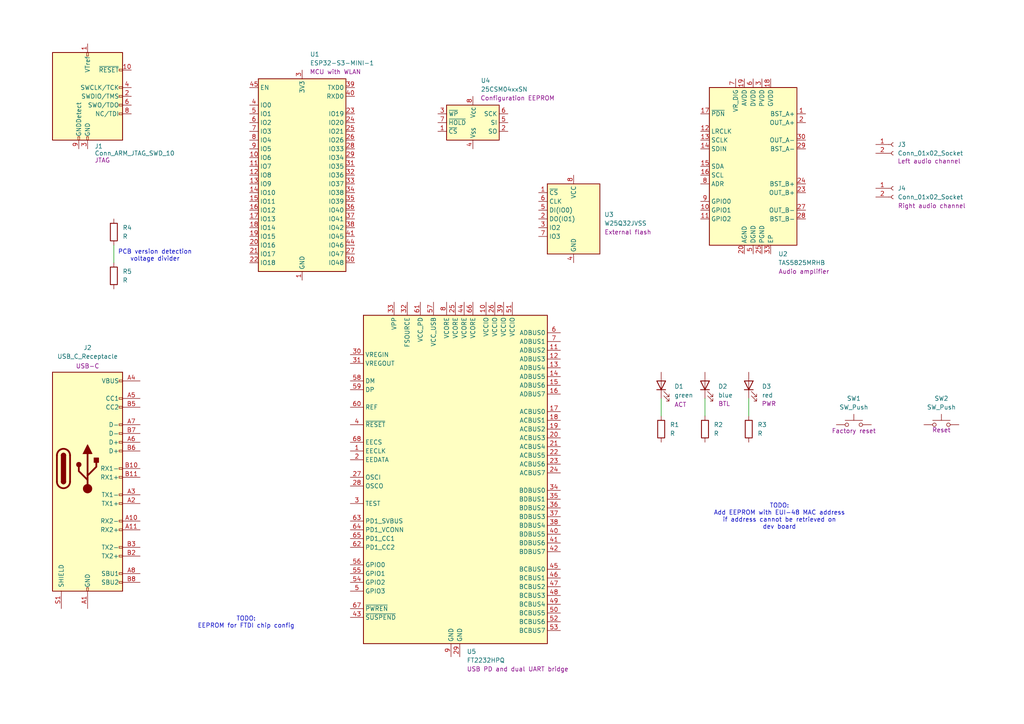
<source format=kicad_sch>
(kicad_sch (version 20231120) (generator "eeschema") (generator_version "8.0")
  (paper "A4")
  (title_block (title "soundbox"))
  (lib_symbols
    (symbol "Amplifier_Audio:TAS5825MRHB"
      (property "Reference" "U" (at -11.43 24.13 0))
      (property "Value" "TAS5825MRHB" (at 13.97 24.13 0))
      (symbol "TAS5825MRHB_0_1"
        (rectangle (start -12.7 22.86) (end 12.7 -22.86) (stroke (width 0.254)) (fill (type background)))
      )
      (symbol "TAS5825MRHB_1_1"
        (pin passive line (at 15.24 15.24 180) (length 2.54) (name "BST_A+") (number "1"))
        (pin bidirectional line (at -15.24 -12.7 0) (length 2.54) (name "GPIO1") (number "10"))
        (pin bidirectional line (at -15.24 -15.24 0) (length 2.54) (name "GPIO2") (number "11"))
        (pin input line (at -15.24 10.16 0) (length 2.54) (name "LRCLK") (number "12"))
        (pin input line (at -15.24 7.62 0) (length 2.54) (name "SCLK") (number "13"))
        (pin input line (at -15.24 5.08 0) (length 2.54) (name "SDIN") (number "14"))
        (pin bidirectional line (at -15.24 0 0) (length 2.54) (name "SDA") (number "15"))
        (pin input line (at -15.24 -2.54 0) (length 2.54) (name "SCL") (number "16"))
        (pin input line (at -15.24 15.24 0) (length 2.54) (name "~{PDN}") (number "17"))
        (pin passive line (at 5.08 25.4 270) (length 2.54) (name "GVDD") (number "18"))
        (pin passive line (at -2.54 25.4 270) (length 2.54) (name "AVDD") (number "19"))
        (pin output line (at 15.24 12.7 180) (length 2.54) (name "OUT_A+") (number "2"))
        (pin power_in line (at -2.54 -25.4 90) (length 2.54) (name "AGND") (number "20"))
        (pin passive line (at 2.54 25.4 270) (length 2.54) hide (name "PVDD") (number "21"))
        (pin passive line (at 2.54 25.4 270) (length 2.54) hide (name "PVDD") (number "22"))
        (pin output line (at 15.24 -7.62 180) (length 2.54) (name "OUT_B+") (number "23"))
        (pin passive line (at 15.24 -5.08 180) (length 2.54) (name "BST_B+") (number "24"))
        (pin power_in line (at 2.54 -25.4 90) (length 2.54) (name "PGND") (number "25"))
        (pin passive line (at 2.54 -25.4 90) (length 2.54) hide (name "PGND") (number "26"))
        (pin output line (at 15.24 -12.7 180) (length 2.54) (name "OUT_B-") (number "27"))
        (pin passive line (at 15.24 -15.24 180) (length 2.54) (name "BST_B-") (number "28"))
        (pin passive line (at 15.24 5.08 180) (length 2.54) (name "BST_A-") (number "29"))
        (pin power_in line (at 2.54 25.4 270) (length 2.54) (name "PVDD") (number "3"))
        (pin output line (at 15.24 7.62 180) (length 2.54) (name "OUT_A-") (number "30"))
        (pin passive line (at 2.54 -25.4 90) (length 2.54) hide (name "PGND") (number "31"))
        (pin passive line (at 2.54 -25.4 90) (length 2.54) hide (name "PGND") (number "32"))
        (pin passive line (at 5.08 -25.4 90) (length 2.54) (name "EP") (number "33"))
        (pin passive line (at 2.54 25.4 270) (length 2.54) hide (name "PVDD") (number "4"))
        (pin power_in line (at 0 -25.4 90) (length 2.54) (name "DGND") (number "5"))
        (pin power_in line (at 0 25.4 270) (length 2.54) (name "DVDD") (number "6"))
        (pin passive line (at -5.08 25.4 270) (length 2.54) (name "VR_DIG") (number "7"))
        (pin passive line (at -15.24 -5.08 0) (length 2.54) (name "ADR") (number "8"))
        (pin bidirectional line (at -15.24 -10.16 0) (length 2.54) (name "GPIO0") (number "9"))
      )
    )
    (symbol "Connector:Conn_01x02_Socket" (pin_names (offset 1.016) hide)
      (property "Reference" "J" (at 0 2.54 0))
      (property "Value" "Conn_01x02_Socket" (at 0 -5.08 0))
      (symbol "Conn_01x02_Socket_1_1"
        (arc (start 0 -2.032) (mid -0.5058 -2.54) (end 0 -3.048) (stroke (width 0.1524)))
        (polyline (pts (xy -1.27 -2.54) (xy -0.508 -2.54)) (stroke (width 0.1524)))
        (polyline (pts (xy -1.27 0) (xy -0.508 0)) (stroke (width 0.1524)))
        (arc (start 0 0.508) (mid -0.5058 0) (end 0 -0.508) (stroke (width 0.1524)))
        (pin passive line (at -5.08 0 0) (length 3.81) (name "Pin_1") (number "1"))
        (pin passive line (at -5.08 -2.54 0) (length 3.81) (name "Pin_2") (number "2"))
      )
    )
    (symbol "Connector:Conn_ARM_JTAG_SWD_10" (pin_names (offset 1.016))
      (property "Reference" "J" (at -2.54 16.51 0))
      (property "Value" "Conn_ARM_JTAG_SWD_10" (at -2.54 13.97 0))
      (symbol "Conn_ARM_JTAG_SWD_10_0_1"
        (rectangle (start -10.16 12.7) (end 10.16 -12.7) (stroke (width 0.254)) (fill (type background)))
        (rectangle (start -2.794 -12.7) (end -2.286 -11.684))
        (rectangle (start -0.254 -12.7) (end 0.254 -11.684))
        (rectangle (start -0.254 12.7) (end 0.254 11.684))
        (rectangle (start 9.144 2.286) (end 10.16 2.794))
        (rectangle (start 10.16 -2.794) (end 9.144 -2.286))
        (rectangle (start 10.16 -0.254) (end 9.144 0.254))
        (rectangle (start 10.16 7.874) (end 9.144 7.366))
      )
      (symbol "Conn_ARM_JTAG_SWD_10_1_1"
        (rectangle (start 9.144 -5.334) (end 10.16 -4.826))
        (pin power_in line (at 0 15.24 270) (length 2.54) (name "VTref") (number "1"))
        (pin open_collector line (at 12.7 7.62 180) (length 2.54) (name "~{RESET}") (number "10"))
        (pin bidirectional line (at 12.7 0 180) (length 2.54) (name "SWDIO/TMS") (number "2"))
        (pin power_in line (at 0 -15.24 90) (length 2.54) (name "GND") (number "3"))
        (pin output line (at 12.7 2.54 180) (length 2.54) (name "SWCLK/TCK") (number "4"))
        (pin passive line (at 0 -15.24 90) (length 2.54) hide (name "GND") (number "5"))
        (pin input line (at 12.7 -2.54 180) (length 2.54) (name "SWO/TDO") (number "6"))
        (pin no_connect line (at -10.16 0 0) (length 2.54) hide (name "KEY") (number "7"))
        (pin output line (at 12.7 -5.08 180) (length 2.54) (name "NC/TDI") (number "8"))
        (pin passive line (at -2.54 -15.24 90) (length 2.54) (name "GNDDetect") (number "9"))
      )
    )
    (symbol "Connector:USB_C_Receptacle" (pin_names (offset 1.016))
      (property "Reference" "J" (at -10.16 29.21 0))
      (property "Value" "USB_C_Receptacle" (at 10.16 29.21 0))
      (symbol "USB_C_Receptacle_0_0"
        (rectangle (start -0.254 -35.56) (end 0.254 -34.544))
        (rectangle (start 10.16 -32.766) (end 9.144 -33.274))
        (rectangle (start 10.16 -30.226) (end 9.144 -30.734))
        (rectangle (start 10.16 -25.146) (end 9.144 -25.654))
        (rectangle (start 10.16 -22.606) (end 9.144 -23.114))
        (rectangle (start 10.16 -17.526) (end 9.144 -18.034))
        (rectangle (start 10.16 -14.986) (end 9.144 -15.494))
        (rectangle (start 10.16 -9.906) (end 9.144 -10.414))
        (rectangle (start 10.16 -7.366) (end 9.144 -7.874))
        (rectangle (start 10.16 -2.286) (end 9.144 -2.794))
        (rectangle (start 10.16 0.254) (end 9.144 -0.254))
        (rectangle (start 10.16 5.334) (end 9.144 4.826))
        (rectangle (start 10.16 7.874) (end 9.144 7.366))
        (rectangle (start 10.16 10.414) (end 9.144 9.906))
        (rectangle (start 10.16 12.954) (end 9.144 12.446))
        (rectangle (start 10.16 18.034) (end 9.144 17.526))
        (rectangle (start 10.16 20.574) (end 9.144 20.066))
        (rectangle (start 10.16 25.654) (end 9.144 25.146))
      )
      (symbol "USB_C_Receptacle_0_1"
        (rectangle (start -10.16 27.94) (end 10.16 -35.56) (stroke (width 0.254)) (fill (type background)))
        (arc (start -8.89 -3.81) (mid -6.985 -5.7067) (end -5.08 -3.81) (stroke (width 0.508)))
        (arc (start -7.62 -3.81) (mid -6.985 -4.4423) (end -6.35 -3.81) (stroke (width 0.254)))
        (arc (start -7.62 -3.81) (mid -6.985 -4.4423) (end -6.35 -3.81) (stroke (width 0.254)) (fill (type outline)))
        (rectangle (start -7.62 -3.81) (end -6.35 3.81) (stroke (width 0.254)) (fill (type outline)))
        (arc (start -6.35 3.81) (mid -6.985 4.4423) (end -7.62 3.81) (stroke (width 0.254)))
        (arc (start -6.35 3.81) (mid -6.985 4.4423) (end -7.62 3.81) (stroke (width 0.254)) (fill (type outline)))
        (arc (start -5.08 3.81) (mid -6.985 5.7067) (end -8.89 3.81) (stroke (width 0.508)))
        (polyline (pts (xy -8.89 -3.81) (xy -8.89 3.81)) (stroke (width 0.508)))
        (polyline (pts (xy -5.08 3.81) (xy -5.08 -3.81)) (stroke (width 0.508)))
      )
      (symbol "USB_C_Receptacle_1_1"
        (circle (center -2.54 1.143) (radius 0.635) (stroke (width 0.254)) (fill (type outline)))
        (circle (center 0 -5.842) (radius 1.27) (fill (type outline)))
        (polyline (pts (xy 0 -5.842) (xy 0 4.318)) (stroke (width 0.508)))
        (polyline (pts (xy 0 -3.302) (xy -2.54 -0.762) (xy -2.54 0.508)) (stroke (width 0.508)))
        (polyline (pts (xy 0 -2.032) (xy 2.54 0.508) (xy 2.54 1.778)) (stroke (width 0.508)))
        (polyline (pts (xy -1.27 4.318) (xy 0 6.858) (xy 1.27 4.318) (xy -1.27 4.318)) (stroke (width 0.254)) (fill (type outline)))
        (rectangle (start 1.905 1.778) (end 3.175 3.048) (stroke (width 0.254)) (fill (type outline)))
        (pin passive line (at 0 -40.64 90) (length 5.08) (name "GND") (number "A1"))
        (pin bidirectional line (at 15.24 -15.24 180) (length 5.08) (name "RX2-") (number "A10"))
        (pin bidirectional line (at 15.24 -17.78 180) (length 5.08) (name "RX2+") (number "A11"))
        (pin passive line (at 0 -40.64 90) (length 5.08) hide (name "GND") (number "A12"))
        (pin bidirectional line (at 15.24 -10.16 180) (length 5.08) (name "TX1+") (number "A2"))
        (pin bidirectional line (at 15.24 -7.62 180) (length 5.08) (name "TX1-") (number "A3"))
        (pin passive line (at 15.24 25.4 180) (length 5.08) (name "VBUS") (number "A4"))
        (pin bidirectional line (at 15.24 20.32 180) (length 5.08) (name "CC1") (number "A5"))
        (pin bidirectional line (at 15.24 7.62 180) (length 5.08) (name "D+") (number "A6"))
        (pin bidirectional line (at 15.24 12.7 180) (length 5.08) (name "D-") (number "A7"))
        (pin bidirectional line (at 15.24 -30.48 180) (length 5.08) (name "SBU1") (number "A8"))
        (pin passive line (at 15.24 25.4 180) (length 5.08) hide (name "VBUS") (number "A9"))
        (pin passive line (at 0 -40.64 90) (length 5.08) hide (name "GND") (number "B1"))
        (pin bidirectional line (at 15.24 0 180) (length 5.08) (name "RX1-") (number "B10"))
        (pin bidirectional line (at 15.24 -2.54 180) (length 5.08) (name "RX1+") (number "B11"))
        (pin passive line (at 0 -40.64 90) (length 5.08) hide (name "GND") (number "B12"))
        (pin bidirectional line (at 15.24 -25.4 180) (length 5.08) (name "TX2+") (number "B2"))
        (pin bidirectional line (at 15.24 -22.86 180) (length 5.08) (name "TX2-") (number "B3"))
        (pin passive line (at 15.24 25.4 180) (length 5.08) hide (name "VBUS") (number "B4"))
        (pin bidirectional line (at 15.24 17.78 180) (length 5.08) (name "CC2") (number "B5"))
        (pin bidirectional line (at 15.24 5.08 180) (length 5.08) (name "D+") (number "B6"))
        (pin bidirectional line (at 15.24 10.16 180) (length 5.08) (name "D-") (number "B7"))
        (pin bidirectional line (at 15.24 -33.02 180) (length 5.08) (name "SBU2") (number "B8"))
        (pin passive line (at 15.24 25.4 180) (length 5.08) hide (name "VBUS") (number "B9"))
        (pin passive line (at -7.62 -40.64 90) (length 5.08) (name "SHIELD") (number "S1"))
      )
    )
    (symbol "Device:LED" (pin_numbers hide) (pin_names (offset 1.016) hide)
      (property "Reference" "D" (at 0 2.54 0))
      (property "Value" "LED" (at 0 -2.54 0))
      (symbol "LED_0_1"
        (polyline (pts (xy -1.27 -1.27) (xy -1.27 1.27)) (stroke (width 0.254)))
        (polyline (pts (xy -1.27 0) (xy 1.27 0)))
        (polyline (pts (xy 1.27 -1.27) (xy 1.27 1.27) (xy -1.27 0) (xy 1.27 -1.27)) (stroke (width 0.254)))
        (polyline (pts (xy -3.048 -0.762) (xy -4.572 -2.286) (xy -3.81 -2.286) (xy -4.572 -2.286) (xy -4.572 -1.524)))
        (polyline (pts (xy -1.778 -0.762) (xy -3.302 -2.286) (xy -2.54 -2.286) (xy -3.302 -2.286) (xy -3.302 -1.524)))
      )
      (symbol "LED_1_1"
        (pin passive line (at -3.81 0 0) (length 2.54) (name "K") (number "1"))
        (pin passive line (at 3.81 0 180) (length 2.54) (name "A") (number "2"))
      )
    )
    (symbol "Device:R" (pin_numbers hide) (pin_names (offset 0))
      (property "Reference" "R" (at 2.032 0 90))
      (property "Value" "R" (at 0 0 90))
      (symbol "R_0_1"
        (rectangle (start -1.016 -2.54) (end 1.016 2.54) (stroke (width 0.254)))
      )
      (symbol "R_1_1"
        (pin passive line (at 0 3.81 270) (length 1.27) (name "~") (number "1"))
        (pin passive line (at 0 -3.81 90) (length 1.27) (name "~") (number "2"))
      )
    )
    (symbol "Memory_EEPROM:25CSM04xxSN"
      (property "Reference" "U3" (at 1.9559 8.89 0))
      (property "Value" "25CSM04xxSN" (at 1.9559 6.35 0))
      (symbol "25CSM04xxSN_1_1"
        (rectangle (start -7.62 5.08) (end 7.62 -5.08) (stroke (width 0.254)) (fill (type background)))
        (pin input line (at -10.16 -2.54 0) (length 2.54) (name "~{CS}") (number "1"))
        (pin tri_state line (at 10.16 -2.54 180) (length 2.54) (name "SO") (number "2"))
        (pin input line (at -10.16 2.54 0) (length 2.54) (name "~{WP}") (number "3"))
        (pin power_in line (at 0 -7.62 90) (length 2.54) (name "V_{SS}") (number "4"))
        (pin input line (at 10.16 0 180) (length 2.54) (name "SI") (number "5"))
        (pin input line (at 10.16 2.54 180) (length 2.54) (name "SCK") (number "6"))
        (pin input line (at -10.16 0 0) (length 2.54) (name "~{HOLD}") (number "7"))
        (pin power_in line (at 0 7.62 270) (length 2.54) (name "V_{CC}") (number "8"))
      )
    )
    (symbol "Memory_Flash:W25Q32JVSS"
      (property "Reference" "U" (at -6.35 11.43 0))
      (property "Value" "W25Q32JVSS" (at 7.62 11.43 0))
      (symbol "W25Q32JVSS_0_1"
        (rectangle (start -7.62 10.16) (end 7.62 -10.16) (stroke (width 0.254)) (fill (type background)))
      )
      (symbol "W25Q32JVSS_1_1"
        (pin input line (at -10.16 7.62 0) (length 2.54) (name "~{CS}") (number "1"))
        (pin bidirectional line (at -10.16 0 0) (length 2.54) (name "DO(IO1)") (number "2"))
        (pin bidirectional line (at -10.16 -2.54 0) (length 2.54) (name "IO2") (number "3"))
        (pin power_in line (at 0 -12.7 90) (length 2.54) (name "GND") (number "4"))
        (pin bidirectional line (at -10.16 2.54 0) (length 2.54) (name "DI(IO0)") (number "5"))
        (pin input line (at -10.16 5.08 0) (length 2.54) (name "CLK") (number "6"))
        (pin bidirectional line (at -10.16 -5.08 0) (length 2.54) (name "IO3") (number "7"))
        (pin power_in line (at 0 12.7 270) (length 2.54) (name "VCC") (number "8"))
      )
    )
    (symbol "RF_Module:ESP32-S3-MINI-1"
      (property "Reference" "U" (at -11.43 29.21 0))
      (property "Value" "ESP32-S3-MINI-1" (at 12.7 29.21 0))
      (symbol "ESP32-S3-MINI-1_0_1"
        (rectangle (start -12.7 27.94) (end 12.7 -27.94) (stroke (width 0.254)) (fill (type background)))
      )
      (symbol "ESP32-S3-MINI-1_1_1"
        (pin power_in line (at 0 -30.48 90) (length 2.54) (name "GND") (number "1"))
        (pin bidirectional line (at -15.24 5.08 0) (length 2.54) (name "IO6") (number "10"))
        (pin bidirectional line (at -15.24 2.54 0) (length 2.54) (name "IO7") (number "11"))
        (pin bidirectional line (at -15.24 0 0) (length 2.54) (name "IO8") (number "12"))
        (pin bidirectional line (at -15.24 -2.54 0) (length 2.54) (name "IO9") (number "13"))
        (pin bidirectional line (at -15.24 -5.08 0) (length 2.54) (name "IO10") (number "14"))
        (pin bidirectional line (at -15.24 -7.62 0) (length 2.54) (name "IO11") (number "15"))
        (pin bidirectional line (at -15.24 -10.16 0) (length 2.54) (name "IO12") (number "16"))
        (pin bidirectional line (at -15.24 -12.7 0) (length 2.54) (name "IO13") (number "17"))
        (pin bidirectional line (at -15.24 -15.24 0) (length 2.54) (name "IO14") (number "18"))
        (pin bidirectional line (at -15.24 -17.78 0) (length 2.54) (name "IO15") (number "19"))
        (pin passive line (at 0 -30.48 90) (length 2.54) hide (name "GND") (number "2"))
        (pin bidirectional line (at -15.24 -20.32 0) (length 2.54) (name "IO16") (number "20"))
        (pin bidirectional line (at -15.24 -22.86 0) (length 2.54) (name "IO17") (number "21"))
        (pin bidirectional line (at -15.24 -25.4 0) (length 2.54) (name "IO18") (number "22"))
        (pin bidirectional line (at 15.24 17.78 180) (length 2.54) (name "IO19") (number "23"))
        (pin bidirectional line (at 15.24 15.24 180) (length 2.54) (name "IO20") (number "24"))
        (pin bidirectional line (at 15.24 12.7 180) (length 2.54) (name "IO21") (number "25"))
        (pin bidirectional line (at 15.24 10.16 180) (length 2.54) (name "IO26") (number "26"))
        (pin bidirectional line (at 15.24 -22.86 180) (length 2.54) (name "IO47") (number "27"))
        (pin bidirectional line (at 15.24 7.62 180) (length 2.54) (name "IO33") (number "28"))
        (pin bidirectional line (at 15.24 5.08 180) (length 2.54) (name "IO34") (number "29"))
        (pin power_in line (at 0 30.48 270) (length 2.54) (name "3V3") (number "3"))
        (pin bidirectional line (at 15.24 -25.4 180) (length 2.54) (name "IO48") (number "30"))
        (pin bidirectional line (at 15.24 2.54 180) (length 2.54) (name "IO35") (number "31"))
        (pin bidirectional line (at 15.24 0 180) (length 2.54) (name "IO36") (number "32"))
        (pin bidirectional line (at 15.24 -2.54 180) (length 2.54) (name "IO37") (number "33"))
        (pin bidirectional line (at 15.24 -5.08 180) (length 2.54) (name "IO38") (number "34"))
        (pin bidirectional line (at 15.24 -7.62 180) (length 2.54) (name "IO39") (number "35"))
        (pin bidirectional line (at 15.24 -10.16 180) (length 2.54) (name "IO40") (number "36"))
        (pin bidirectional line (at 15.24 -12.7 180) (length 2.54) (name "IO41") (number "37"))
        (pin bidirectional line (at 15.24 -15.24 180) (length 2.54) (name "IO42") (number "38"))
        (pin bidirectional line (at 15.24 25.4 180) (length 2.54) (name "TXD0") (number "39"))
        (pin bidirectional line (at -15.24 20.32 0) (length 2.54) (name "IO0") (number "4"))
        (pin bidirectional line (at 15.24 22.86 180) (length 2.54) (name "RXD0") (number "40"))
        (pin bidirectional line (at 15.24 -17.78 180) (length 2.54) (name "IO45") (number "41"))
        (pin passive line (at 0 -30.48 90) (length 2.54) hide (name "GND") (number "42"))
        (pin passive line (at 0 -30.48 90) (length 2.54) hide (name "GND") (number "43"))
        (pin bidirectional line (at 15.24 -20.32 180) (length 2.54) (name "IO46") (number "44"))
        (pin input line (at -15.24 25.4 0) (length 2.54) (name "EN") (number "45"))
        (pin passive line (at 0 -30.48 90) (length 2.54) hide (name "GND") (number "46"))
        (pin passive line (at 0 -30.48 90) (length 2.54) hide (name "GND") (number "47"))
        (pin passive line (at 0 -30.48 90) (length 2.54) hide (name "GND") (number "48"))
        (pin passive line (at 0 -30.48 90) (length 2.54) hide (name "GND") (number "49"))
        (pin bidirectional line (at -15.24 17.78 0) (length 2.54) (name "IO1") (number "5"))
        (pin passive line (at 0 -30.48 90) (length 2.54) hide (name "GND") (number "50"))
        (pin passive line (at 0 -30.48 90) (length 2.54) hide (name "GND") (number "51"))
        (pin passive line (at 0 -30.48 90) (length 2.54) hide (name "GND") (number "52"))
        (pin passive line (at 0 -30.48 90) (length 2.54) hide (name "GND") (number "53"))
        (pin passive line (at 0 -30.48 90) (length 2.54) hide (name "GND") (number "54"))
        (pin passive line (at 0 -30.48 90) (length 2.54) hide (name "GND") (number "55"))
        (pin passive line (at 0 -30.48 90) (length 2.54) hide (name "GND") (number "56"))
        (pin passive line (at 0 -30.48 90) (length 2.54) hide (name "GND") (number "57"))
        (pin passive line (at 0 -30.48 90) (length 2.54) hide (name "GND") (number "58"))
        (pin passive line (at 0 -30.48 90) (length 2.54) hide (name "GND") (number "59"))
        (pin bidirectional line (at -15.24 15.24 0) (length 2.54) (name "IO2") (number "6"))
        (pin passive line (at 0 -30.48 90) (length 2.54) hide (name "GND") (number "60"))
        (pin passive line (at 0 -30.48 90) (length 2.54) hide (name "GND") (number "61"))
        (pin passive line (at 0 -30.48 90) (length 2.54) hide (name "GND") (number "62"))
        (pin passive line (at 0 -30.48 90) (length 2.54) hide (name "GND") (number "63"))
        (pin passive line (at 0 -30.48 90) (length 2.54) hide (name "GND") (number "64"))
        (pin passive line (at 0 -30.48 90) (length 2.54) hide (name "GND") (number "65"))
        (pin bidirectional line (at -15.24 12.7 0) (length 2.54) (name "IO3") (number "7"))
        (pin bidirectional line (at -15.24 10.16 0) (length 2.54) (name "IO4") (number "8"))
        (pin bidirectional line (at -15.24 7.62 0) (length 2.54) (name "IO5") (number "9"))
      )
    )
    (symbol "Switch:SW_Push" (pin_numbers hide) (pin_names (offset 1.016) hide)
      (property "Reference" "SW" (at 1.27 2.54 0))
      (property "Value" "SW_Push" (at 0 -1.524 0))
      (symbol "SW_Push_0_1"
        (circle (center -2.032 0) (radius 0.508))
        (polyline (pts (xy 0 1.27) (xy 0 3.048)))
        (polyline (pts (xy 2.54 1.27) (xy -2.54 1.27)))
        (circle (center 2.032 0) (radius 0.508))
        (pin passive line (at -5.08 0 0) (length 2.54) (name "1") (number "1"))
        (pin passive line (at 5.08 0 180) (length 2.54) (name "2") (number "2"))
      )
    )
    (symbol "xengineering:FT2232HPQ"
      (property "Reference" "U" (at 20.828 52.07 0))
      (property "Value" "FT2232HPQ" (at 25.654 49.53 0))
      (symbol "FT2232HPQ_0_1"
        (rectangle (start -26.67 46.99) (end 26.67 -48.26) (stroke (width 0.254)) (fill (type background)))
      )
      (symbol "FT2232HPQ_1_1"
        (pin output line (at -30.48 7.62 0) (length 3.81) (name "EECLK") (number "1"))
        (pin input line (at 8.89 50.8 270) (length 3.81) (name "VCCIO") (number "10"))
        (pin bidirectional line (at 30.48 36.83 180) (length 3.81) (name "ADBUS2") (number "11"))
        (pin bidirectional line (at 30.48 34.29 180) (length 3.81) (name "ADBUS3") (number "12"))
        (pin bidirectional line (at 30.48 31.75 180) (length 3.81) (name "ADBUS4") (number "13"))
        (pin bidirectional line (at 30.48 29.21 180) (length 3.81) (name "ADBUS5") (number "14"))
        (pin bidirectional line (at 30.48 26.67 180) (length 3.81) (name "ADBUS6") (number "15"))
        (pin bidirectional line (at 30.48 24.13 180) (length 3.81) (name "ADBUS7") (number "16"))
        (pin bidirectional line (at 30.48 19.05 180) (length 3.81) (name "ACBUS0") (number "17"))
        (pin bidirectional line (at 30.48 16.51 180) (length 3.81) (name "ACBUS1") (number "18"))
        (pin bidirectional line (at 30.48 13.97 180) (length 3.81) (name "ACBUS2") (number "19"))
        (pin bidirectional line (at -30.48 5.08 0) (length 3.81) (name "EEDATA") (number "2"))
        (pin bidirectional line (at 30.48 11.43 180) (length 3.81) (name "ACBUS3") (number "20"))
        (pin bidirectional line (at 30.48 8.89 180) (length 3.81) (name "ACBUS4") (number "21"))
        (pin bidirectional line (at 30.48 6.35 180) (length 3.81) (name "ACBUS5") (number "22"))
        (pin bidirectional line (at 30.48 3.81 180) (length 3.81) (name "ACBUS6") (number "23"))
        (pin bidirectional line (at 30.48 1.27 180) (length 3.81) (name "ACBUS7") (number "24"))
        (pin input line (at 0 50.8 270) (length 3.81) (name "VCORE") (number "25"))
        (pin input line (at 11.43 50.8 270) (length 3.81) (name "VCCIO") (number "26"))
        (pin input line (at -30.48 0 0) (length 3.81) (name "OSCI") (number "27"))
        (pin output line (at -30.48 -2.54 0) (length 3.81) (name "OSCO") (number "28"))
        (pin input line (at 1.27 -52.07 90) (length 3.81) (name "GND") (number "29"))
        (pin input line (at -30.48 -7.62 0) (length 3.81) (name "TEST") (number "3"))
        (pin input line (at -30.48 35.56 0) (length 3.81) (name "VREGIN") (number "30"))
        (pin output line (at -30.48 33.02 0) (length 3.81) (name "VREGOUT") (number "31"))
        (pin input line (at -13.97 50.8 270) (length 3.81) (name "FSOURCE") (number "32"))
        (pin input line (at -17.78 50.8 270) (length 3.81) (name "VPP") (number "33"))
        (pin bidirectional line (at 30.48 -3.81 180) (length 3.81) (name "BDBUS0") (number "34"))
        (pin bidirectional line (at 30.48 -6.35 180) (length 3.81) (name "BDBUS1") (number "35"))
        (pin bidirectional line (at 30.48 -8.89 180) (length 3.81) (name "BDBUS2") (number "36"))
        (pin bidirectional line (at 30.48 -11.43 180) (length 3.81) (name "BDBUS3") (number "37"))
        (pin bidirectional line (at 30.48 -13.97 180) (length 3.81) (name "BDBUS4") (number "38"))
        (pin input line (at 13.97 50.8 270) (length 3.81) (name "VCCIO") (number "39"))
        (pin input line (at -30.48 15.24 0) (length 3.81) (name "~{RESET}") (number "4"))
        (pin bidirectional line (at 30.48 -16.51 180) (length 3.81) (name "BDBUS5") (number "40"))
        (pin bidirectional line (at 30.48 -19.05 180) (length 3.81) (name "BDBUS6") (number "41"))
        (pin bidirectional line (at 30.48 -21.59 180) (length 3.81) (name "BDBUS7") (number "42"))
        (pin output line (at -30.48 -40.64 0) (length 3.81) (name "~{SUSPEND}") (number "43"))
        (pin input line (at 2.54 50.8 270) (length 3.81) (name "VCORE") (number "44"))
        (pin bidirectional line (at 30.48 -26.67 180) (length 3.81) (name "BCBUS0") (number "45"))
        (pin bidirectional line (at 30.48 -29.21 180) (length 3.81) (name "BCBUS1") (number "46"))
        (pin bidirectional line (at 30.48 -31.75 180) (length 3.81) (name "BCBUS2") (number "47"))
        (pin bidirectional line (at 30.48 -34.29 180) (length 3.81) (name "BCBUS3") (number "48"))
        (pin bidirectional line (at 30.48 -36.83 180) (length 3.81) (name "BCBUS4") (number "49"))
        (pin bidirectional line (at -30.48 -33.02 0) (length 3.81) (name "GPIO3") (number "5"))
        (pin bidirectional line (at 30.48 -39.37 180) (length 3.81) (name "BCBUS5") (number "50"))
        (pin input line (at 16.51 50.8 270) (length 3.81) (name "VCCIO") (number "51"))
        (pin bidirectional line (at 30.48 -41.91 180) (length 3.81) (name "BCBUS6") (number "52"))
        (pin bidirectional line (at 30.48 -44.45 180) (length 3.81) (name "BCBUS7") (number "53"))
        (pin bidirectional line (at -30.48 -30.48 0) (length 3.81) (name "GPIO2") (number "54"))
        (pin bidirectional line (at -30.48 -27.94 0) (length 3.81) (name "GPIO1") (number "55"))
        (pin bidirectional line (at -30.48 -25.4 0) (length 3.81) (name "GPIO0") (number "56"))
        (pin input line (at -6.35 50.8 270) (length 3.81) (name "VCC_USB") (number "57"))
        (pin bidirectional line (at -30.48 27.94 0) (length 3.81) (name "DM") (number "58"))
        (pin bidirectional line (at -30.48 25.4 0) (length 3.81) (name "DP") (number "59"))
        (pin bidirectional line (at 30.48 41.91 180) (length 3.81) (name "ADBUS0") (number "6"))
        (pin input line (at -30.48 20.32 0) (length 3.81) (name "REF") (number "60"))
        (pin input line (at -10.16 50.8 270) (length 3.81) (name "VCC_PD") (number "61"))
        (pin bidirectional line (at -30.48 -20.32 0) (length 3.81) (name "PD1_CC2") (number "62"))
        (pin input line (at -30.48 -12.7 0) (length 3.81) (name "PD1_SVBUS") (number "63"))
        (pin input line (at -30.48 -15.24 0) (length 3.81) (name "PD1_VCONN") (number "64"))
        (pin bidirectional line (at -30.48 -17.78 0) (length 3.81) (name "PD1_CC1") (number "65"))
        (pin input line (at 5.08 50.8 270) (length 3.81) (name "VCORE") (number "66"))
        (pin output line (at -30.48 -38.1 0) (length 3.81) (name "~{PWREN}") (number "67"))
        (pin bidirectional line (at -30.48 10.16 0) (length 3.81) (name "EECS") (number "68"))
        (pin bidirectional line (at 30.48 39.37 180) (length 3.81) (name "ADBUS1") (number "7"))
        (pin input line (at -2.54 50.8 270) (length 3.81) (name "VCORE") (number "8"))
        (pin input line (at -1.27 -52.07 90) (length 3.81) (name "GND") (number "9"))
      )
    )
  )
  (wire (pts (xy 191.77 115.57) (xy 191.77 120.65)))
  (wire (pts (xy 33.02 71.12) (xy 33.02 76.2)))
  (wire (pts (xy 204.47 115.57) (xy 204.47 120.65)))
  (wire (pts (xy 217.17 115.57) (xy 217.17 120.65)))
  (text "TODO:\nAdd EEPROM with EUI-48 MAC address\nif address cannot be retrieved on\ndev board" (at 226.06 149.86 0) (effects (font (size 1.27 1.27))))
  (text "TODO:\nEEPROM for FTDI chip config" (at 71.374 180.594 0) (effects (font (size 1.27 1.27))))
  (text "PCB version detection\nvoltage divider" (at 44.958 74.168 0) (effects (font (size 1.27 1.27))))
  (symbol (lib_id "RF_Module:ESP32-S3-MINI-1") (at 87.63 50.8 0) (unit 1)
    (property "Reference" "U1" (at 89.916 15.748 0) (effects (justify left)))
    (property "Value" "ESP32-S3-MINI-1" (at 89.916 18.288 0) (effects (justify left)))
    (property "Footprint" "RF_Module:ESP32-S2-MINI-1" (effects (hide yes)))
    (property "Datasheet" "https://www.espressif.com/sites/default/files/documentation/esp32-s3-mini-1_mini-1u_datasheet_en.pdf" (effects (hide yes)))
    (property "Description" "MCU with WLAN" (at 97.282 20.828 0))
    (property "MPN" "ESP32-S3-MINI-1-N8" (effects (hide yes)))
    (property "Manufacturer" "Espressif Systems" (effects (hide yes)))
  )
  (symbol (lib_id "Memory_Flash:W25Q32JVSS") (at 166.37 63.5 0) (unit 1)
    (property "Reference" "U3" (at 175.26 62.2299 0) (effects (justify left)))
    (property "Value" "W25Q32JVSS" (at 175.26 64.7699 0) (effects (justify left)))
    (property "Footprint" "Package_SO:SOIC-8_5.23x5.23mm_P1.27mm" (effects (hide yes)))
    (property "Datasheet" "http://www.winbond.com/resource-files/w25q32jv%20revg%2003272018%20plus.pdf" (effects (hide yes)))
    (property "Description" "External flash" (at 182.118 67.31 0))
  )
  (symbol (lib_id "Connector:Conn_ARM_JTAG_SWD_10") (at 25.4 27.94 0) (unit 1)
    (property "Reference" "J1" (at 27.432 42.418 0) (effects (justify left)))
    (property "Value" "Conn_ARM_JTAG_SWD_10" (at 27.432 44.45 0) (effects (justify left)))
    (property "Datasheet" "http://infocenter.arm.com/help/topic/com.arm.doc.ddi0314h/DDI0314H_coresight_components_trm.pdf" (effects (hide yes)))
    (property "Description" "JTAG" (at 27.432 46.482 0) (effects (justify left)))
  )
  (symbol (lib_id "Switch:SW_Push") (at 273.05 123.19 0) (unit 1)
    (property "Reference" "SW2" (at 273.05 115.57 0))
    (property "Value" "SW_Push" (at 273.05 118.11 0))
    (property "Footprint" "Button_Switch_SMD:SW_SPST_TL3305A" (effects (hide yes)))
    (property "Description" "Reset" (at 273.05 124.714 0))
  )
  (symbol (lib_id "Connector:Conn_01x02_Socket") (at 259.08 54.61 0) (unit 1)
    (property "Reference" "J4" (at 260.35 54.6099 0) (effects (justify left)))
    (property "Value" "Conn_01x02_Socket" (at 260.35 57.1499 0) (effects (justify left)))
    (property "Description" "Right audio channel" (at 270.256 59.69 0))
  )
  (symbol (lib_id "Connector:Conn_01x02_Socket") (at 259.08 41.91 0) (unit 1)
    (property "Reference" "J3" (at 260.35 41.9099 0) (effects (justify left)))
    (property "Value" "Conn_01x02_Socket" (at 260.35 44.4499 0) (effects (justify left)))
    (property "Description" "Left audio channel" (at 269.494 46.736 0))
  )
  (symbol (lib_id "Device:R") (at 217.17 124.46 0) (unit 1)
    (property "Reference" "R3" (at 219.71 123.1899 0) (effects (justify left)))
    (property "Value" "R" (at 219.71 125.7299 0) (effects (justify left)))
    (property "Description" "Resistor" (effects (hide yes)))
  )
  (symbol (lib_id "Connector:USB_C_Receptacle") (at 25.4 135.89 0) (unit 1)
    (property "Reference" "J2" (at 25.4 100.838 0))
    (property "Value" "USB_C_Receptacle" (at 25.4 103.378 0))
    (property "Datasheet" "https://cdn.amphenol-cs.com/media/wysiwyg/files/documentation/datasheet/inputoutput/io_usb_3_2_type_c.pdf" (effects (hide yes)))
    (property "Description" "USB-C" (at 25.4 106.172 0))
    (property "MPN" "12401610E4#2A" (effects (hide yes)))
    (property "Manufacturer" "Amphenol ICC" (effects (hide yes)))
  )
  (symbol (lib_id "Switch:SW_Push") (at 247.65 123.19 0) (unit 1)
    (property "Reference" "SW1" (at 247.65 115.57 0))
    (property "Value" "SW_Push" (at 247.65 118.11 0))
    (property "Footprint" "Button_Switch_SMD:SW_SPST_TL3305A" (effects (hide yes)))
    (property "Description" "Factory reset" (at 247.65 124.968 0))
  )
  (symbol (lib_id "Memory_EEPROM:25CSM04xxSN") (at 137.16 35.56 0) (unit 1)
    (property "Reference" "U4" (at 139.446 23.368 0) (effects (justify left)))
    (property "Value" "25CSM04xxSN" (at 139.446 25.908 0) (effects (justify left)))
    (property "Footprint" "Package_SO:SOIC-8_3.9x4.9mm_P1.27mm" (effects (hide yes)))
    (property "Datasheet" "https://ww1.microchip.com/downloads/aemDocuments/documents/MPD/ProductDocuments/DataSheets/25CSM04-4-Mbit-SPI-Serial-EEPROM-With-128-Bit-Serial-Number-and-Enhanced-Write-Protection-20005817C.pdf" (effects (hide yes)))
    (property "Description" "Configuration EEPROM" (at 150.114 28.448 0))
  )
  (symbol (lib_id "Device:R") (at 204.47 124.46 0) (unit 1)
    (property "Reference" "R2" (at 207.01 123.1899 0) (effects (justify left)))
    (property "Value" "R" (at 207.01 125.7299 0) (effects (justify left)))
    (property "Description" "Resistor" (effects (hide yes)))
  )
  (symbol (lib_id "Amplifier_Audio:TAS5825MRHB") (at 218.44 48.26 0) (unit 1)
    (property "Reference" "U2" (at 225.7141 73.66 0) (effects (justify left)))
    (property "Value" "TAS5825MRHB" (at 225.7141 76.2 0) (effects (justify left)))
    (property "Footprint" "Package_DFN_QFN:VQFN-32-1EP_5x5mm_P0.5mm_EP3.1x3.1mm" (effects (hide yes)))
    (property "Datasheet" "www.ti.com/lit/ds/symlink/tas5825m.pdf" (effects (hide yes)))
    (property "Description" "Audio amplifier" (at 233.172 78.74 0))
  )
  (symbol (lib_id "xengineering:FT2232HPQ") (at 132.08 138.43 0) (unit 1)
    (property "Reference" "U5" (at 135.382 188.976 0) (effects (justify left)))
    (property "Value" "FT2232HPQ" (at 135.382 191.516 0) (effects (justify left)))
    (property "Datasheet" "https://ftdichip.com/wp-content/uploads/2024/09/DS_FT2233HP.pdf" (effects (hide yes)))
    (property "Description" "USB PD and dual UART bridge" (at 135.382 194.056 0) (effects (justify left)))
  )
  (symbol (lib_id "Device:R") (at 33.02 80.01 0) (unit 1)
    (property "Reference" "R5" (at 35.56 78.7399 0) (effects (justify left)))
    (property "Value" "R" (at 35.56 81.2799 0) (effects (justify left)))
    (property "Description" "Resistor" (effects (hide yes)))
  )
  (symbol (lib_id "Device:LED") (at 191.77 111.76 90) (unit 1)
    (property "Reference" "D1" (at 195.58 112.0774 90) (effects (justify right)))
    (property "Value" "green" (at 195.58 114.6174 90) (effects (justify right)))
    (property "Description" "ACT" (at 197.358 117.348 90))
  )
  (symbol (lib_id "Device:R") (at 33.02 67.31 0) (unit 1)
    (property "Reference" "R4" (at 35.56 66.0399 0) (effects (justify left)))
    (property "Value" "R" (at 35.56 68.5799 0) (effects (justify left)))
    (property "Description" "Resistor" (effects (hide yes)))
  )
  (symbol (lib_id "Device:R") (at 191.77 124.46 0) (unit 1)
    (property "Reference" "R1" (at 194.31 123.1899 0) (effects (justify left)))
    (property "Value" "R" (at 194.31 125.7299 0) (effects (justify left)))
    (property "Description" "Resistor" (effects (hide yes)))
  )
  (symbol (lib_id "Device:LED") (at 217.17 111.76 90) (unit 1)
    (property "Reference" "D3" (at 220.98 112.0774 90) (effects (justify right)))
    (property "Value" "red" (at 220.98 114.6174 90) (effects (justify right)))
    (property "Description" "PWR" (at 223.012 117.094 90))
  )
  (symbol (lib_id "Device:LED") (at 204.47 111.76 90) (unit 1)
    (property "Reference" "D2" (at 208.28 112.0774 90) (effects (justify right)))
    (property "Value" "blue" (at 208.28 114.6174 90) (effects (justify right)))
    (property "Description" "BTL" (at 210.058 117.094 90))
  )
)
</source>
